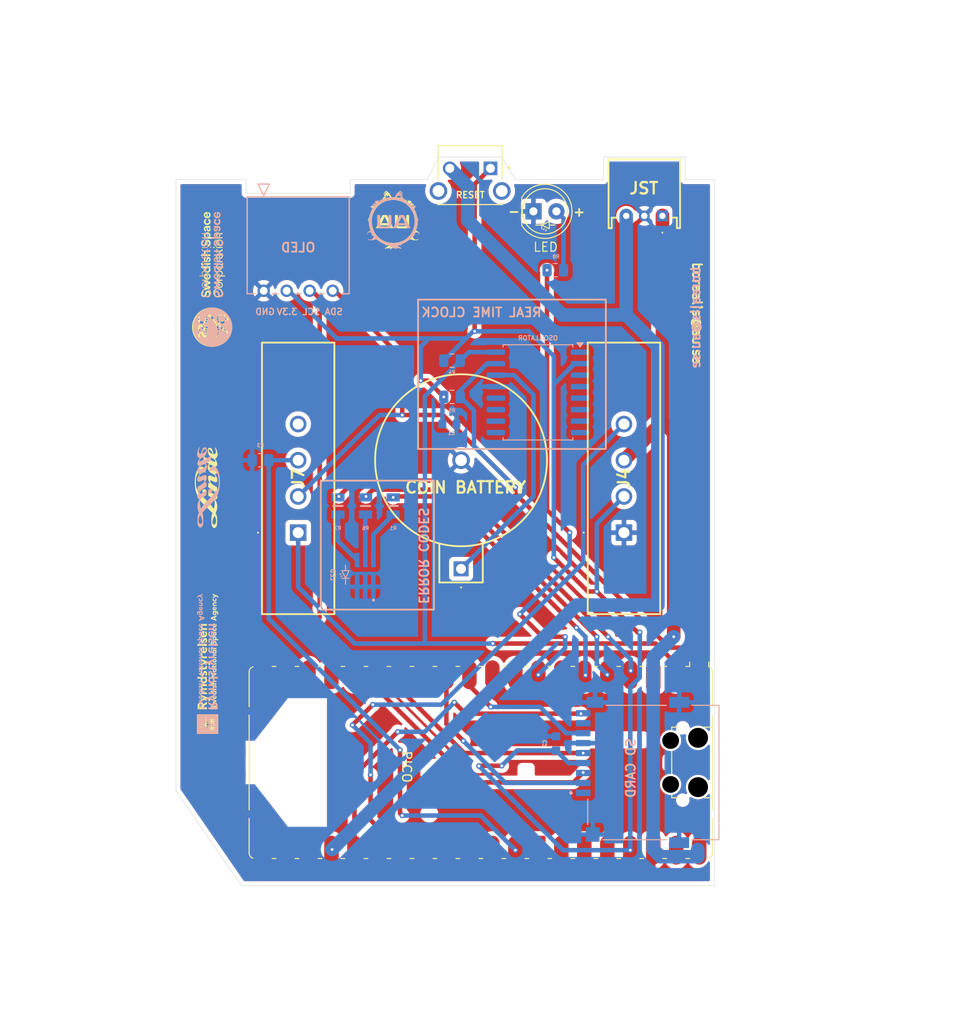
<source format=kicad_pcb>
(kicad_pcb (version 20241229) (generator "pcbnew") (generator_version "9.0")
  (layers (0 "F.Cu" signal) (2 "B.Cu" signal) (13 "F.Paste" user) (15 "B.Paste" user) (5 "F.SilkS" user "F.Silkscreen") (7 "B.SilkS" user "B.Silkscreen") (1 "F.Mask" user) (3 "B.Mask" user) (25 "Edge.Cuts" user))
  (net 0 "")
  (net 1 "GND")
  (net 2 "+3.3V")
  (net 3 "Net-(D2-A)")
  (net 4 "/VBAT")
  (net 5 "/SDA")
  (net 6 "/SCL")
  (net 7 "+5V")
  (net 8 "/reset")
  (net 9 "/ID")
  (net 10 "/SPI1 CSn")
  (net 11 "/SPI1 SCK")
  (net 13 "/SPI1 RX")
  (net 14 "/Detect")
  (net 15 "/SPI1 TX")
  (net 17 "/ADC")
  (net 19 "Net-(LED1-A(GREEN))")
  (net 20 "Net-(LED1-A(BLUE))")
  (net 21 "Net-(LED1-A(RED))")
  (net 22 "/BLUE")
  (net 23 "/GREEN")
  (net 24 "/RED")
  (net 25 "/LED")
  (footprint "LOGO" (layer "F.Cu") (at 171.5 71.5 90)
    (property "Reference" "G***" (hide yes))
    (property "Value" "LOGO" (hide yes))
  )
  (footprint "LOGO" (layer "F.Cu") (at 169 97 90)
    (property "Reference" "G***" (hide yes))
    (property "Value" "LOGO" (hide yes))
  )
  (footprint "BOREALIS:SW_TL1105SF160Q" (layer "F.Cu") (at 200 59.25 180)
    (property "Reference" "SW2" (hide yes))
    (property "Value" "TL1105SF160Q")
  )
  (footprint "Module:RaspberryPi_Pico_Common_SMD" (layer "F.Cu") (at 201.19 124.89 -90)
    (property "Reference" "PICO")
    (property "Value" "Pico" (hide yes))
  )
  (footprint "BOREALIS:8782200410011101" (layer "F.Cu") (at 217 99.5 90)
    (property "Reference" "J4")
    (property "Value" "878-22-004-10-011101" (hide yes))
  )
  (footprint "BOREALIS:BATHLD011THM" (layer "F.Cu") (at 199 103.5 180)
    (property "Reference" "COIN BATTERY")
    (property "Value" "BAT-HLD-011-THM" (hide yes))
  )
  (footprint "LOGO" (layer "F.Cu") (at 191.5 65)
    (property "Reference" "G***" (hide yes))
    (property "Value" "LOGO" (hide yes))
  )
  (footprint "LOGO" (layer "F.Cu") (at 208.3 65.65 180)
    (property "Reference" "G***" (hide yes))
    (property "Value" "LOGO" (hide yes))
  )
  (footprint "LOGO" (layer "F.Cu") (at 171 114 90)
    (property "Reference" "G***" (hide yes))
    (property "Value" "LOGO" (hide yes))
  )
  (footprint "BOREALIS:S3BPHKSGW" (layer "F.Cu") (at 221.25 64.5)
    (property "Reference" "JST")
    (property "Value" "S3B-PH-K-S-GW" (hide yes))
  )
  (footprint "LED_THT:LED_D5.0mm" (layer "F.Cu") (at 207 64)
    (property "Reference" "D2" (hide yes))
    (property "Value" "LED")
  )
  (footprint "BOREALIS:8782200410011101" (layer "F.Cu") (at 181 99.5 90)
    (property "Reference" "J7")
    (property "Value" "878-22-004-10-011101" (hide yes))
  )
  (footprint "BOREALIS:CONN_PPTC041LGBN-RC_SUL" (layer "B.Cu") (at 177.19 72.7745 180)
    (property "Reference" "OLED")
    (property "Value" "PPTC041LGBN-RC")
  )
  (footprint "LOGO" (layer "B.Cu") (at 171.5 71.5 90)
    (property "Reference" "G***" (hide yes))
    (property "Value" "LOGO" (hide yes))
  )
  (footprint "Resistor_SMD:R_0805_2012Metric" (layer "B.Cu") (at 209.4125 70.5)
    (property "Reference" "R8" (hide yes))
    (property "Value" "R")
  )
  (footprint "LOGO" (layer "B.Cu") (at 186.1 104.15 -90)
    (property "Reference" "G***" (hide yes))
    (property "Value" "LOGO" (hide yes))
  )
  (footprint "BOREALIS:RESC2012X55N" (layer "B.Cu") (at 188.45 96.55 90)
    (property "Reference" "R6")
    (property "Value" "MCU08050C3300FP500" (hide yes))
  )
  (footprint "BOREALIS:CAPC1608X90N" (layer "B.Cu") (at 209.5 122.78 -90)
    (property "Reference" "C2")
    (property "Value" "4.7uF")
  )
  (footprint "Resistor_SMD:R_0805_2012Metric" (layer "B.Cu") (at 198 84.5)
    (property "Reference" "R5")
    (property "Value" "10K")
  )
  (footprint "Resistor_SMD:R_0805_2012Metric" (layer "B.Cu") (at 198 80.5)
    (property "Reference" "R4")
    (property "Value" "10K")
  )
  (footprint "LOGO" (layer "B.Cu") (at 172.924596 96.946055 90)
    (property "Reference" "G***" (hide yes))
    (property "Value" "LOGO" (hide yes))
  )
  (footprint "LOGO" (layer "B.Cu") (at 191.5 65 180)
    (property "Reference" "G***" (hide yes))
    (property "Value" "LOGO" (hide yes))
  )
  (footprint "LOGO" (layer "B.Cu") (at 171 114 90)
    (property "Reference" "G***" (hide yes))
    (property "Value" "LOGO" (hide yes))
  )
  (footprint "BOREALIS:RESC2012X55N" (layer "B.Cu") (at 191.5 96.55 90)
    (property "Reference" "R1")
    (property "Value" "MCU08050C3300FP500" (hide yes))
  )
  (footprint "Package_SO:SOIC-16W_7.5x10.3mm_P1.27mm" (layer "B.Cu") (at 207.5 84 180)
    (property "Reference" "OSCILLATOR")
    (property "Value" "DS3231SN#T&R")
  )
  (footprint "BOREALIS:ASMTYTD20BB02" (layer "B.Cu") (at 188.4125 104 180)
    (property "Reference" "LED" (hide yes))
    (property "Value" "ASMT-YTD2-0BB02" (hide yes))
  )
  (footprint "BOREALIS:CAPC1608X90N" (layer "B.Cu") (at 197.72 87.5 180)
    (property "Reference" "C1")
    (property "Value" "1uF")
  )
  (footprint "BOREALIS:CUI_MSD-1-A" (layer "B.Cu") (at 220.25 126 -90)
    (property "Reference" "SD CARD")
    (property "Value" "MSD-1-A")
  )
  (footprint "BOREALIS:RESC2012X55N" (layer "B.Cu") (at 185.4 96.55 90)
    (property "Reference" "R7")
    (property "Value" "MCU08050C3300FP500" (hide yes))
  )
  (footprint "Resistor_SMD:R_0805_2012Metric" (layer "B.Cu") (at 176.8375 91.5 180)
    (property "Reference" "R3")
    (property "Value" "R" (hide yes))
  )
  (gr_rect (start 183.5 93.75) (end 196 108) (stroke (width 0.2)) (fill no) (layer "B.SilkS"))
  (gr_rect (start 194.25 73.75) (end 215 90.25) (stroke (width 0.2)) (fill no) (layer "B.SilkS"))
  (gr_line (start 195.25 60.5) (end 186.75 60.5) (stroke (width 0.05)) (layer "Edge.Cuts"))
  (gr_line (start 175.25 60.5) (end 175.25 62) (stroke (width 0.05)) (layer "Edge.Cuts"))
  (gr_line (start 186.75 62) (end 186.75 60.5) (stroke (width 0.05)) (layer "Edge.Cuts"))
  (gr_line (start 175.25 60.5) (end 167.5 60.5) (stroke (width 0.05)) (layer "Edge.Cuts"))
  (gr_line (start 174.75 138.5) (end 227 138.5) (stroke (width 0.05)) (layer "Edge.Cuts"))
  (gr_line (start 227 137.5) (end 227 60.5) (stroke (width 0.05)) (layer "Edge.Cuts"))
  (gr_line (start 175.25 62) (end 186.75 62) (stroke (width 0.05)) (layer "Edge.Cuts"))
  (gr_line (start 214.75 60.5) (end 214.75 58) (stroke (width 0.05)) (layer "Edge.Cuts"))
  (gr_line (start 196.5 58) (end 203.5 58) (stroke (width 0.05)) (layer "Edge.Cuts"))
  (gr_line (start 167.5 76.5) (end 167.5 128) (stroke (width 0.05)) (layer "Edge.Cuts"))
  (gr_line (start 203.5 58) (end 205 60.5) (stroke (width 0.05)) (layer "Edge.Cuts"))
  (gr_line (start 227 138.5) (end 227 137.5) (stroke (width 0.05)) (layer "Edge.Cuts"))
  (gr_line (start 167.5 60.5) (end 167.5 76.5) (stroke (width 0.05)) (layer "Edge.Cuts"))
  (gr_line (start 223.75 60.5) (end 223.75 58) (stroke (width 0.05)) (layer "Edge.Cuts"))
  (gr_line (start 174.75 138.5) (end 167.5 128) (stroke (width 0.05)) (layer "Edge.Cuts"))
  (gr_line (start 195.25 60.5) (end 196.5 58) (stroke (width 0.05)) (layer "Edge.Cuts"))
  (gr_line (start 214.75 60.5) (end 205 60.5) (stroke (width 0.05)) (layer "Edge.Cuts"))
  (gr_line (start 223.75 60.5) (end 227 60.5) (stroke (width 0.05)) (layer "Edge.Cuts"))
  (gr_line (start 214.75 58) (end 223.75 58) (stroke (width 0.05)) (layer "Edge.Cuts"))
  (gr_text "LED" (at 208.35 67.95 0) (layer "F.SilkS") (effects (font (size 1 1) (thickness 0.125))))
  (gr_text "borealis@au.se" (at 224.5 69.5 270) (layer "F.SilkS") (effects (font (size 1 1) (thickness 0.2) (bold yes)) (justify left bottom)))
  (gr_text "RESET" (at 198.35 62.6 0) (layer "F.SilkS") (effects (font (size 0.7 0.7) (thickness 0.14) (bold yes)) (justify left bottom)))
  (gr_text "+" (at 212.05 64.05 0) (layer "F.SilkS") (effects (font (size 1 1) (thickness 0.2) (bold yes))))
  (gr_text "-" (at 204.85 64 0) (layer "F.SilkS") (effects (font (size 1 1) (thickness 0.2) (bold yes))))
  (gr_text "LED" (at 184.55 104.9 270) (layer "B.SilkS") (effects (font (size 0.5 0.5) (thickness 0.1) (bold yes)) (justify left bottom mirror)))
  (gr_text "borealis@au.se" (at 225.5 70 90) (layer "B.SilkS") (effects (font (size 1 1) (thickness 0.2) (bold yes)) (justify left bottom mirror)))
  (gr_text "REAL TIME CLOCK" (at 208 75.75 0) (layer "B.SilkS") (effects (font (size 1 1) (thickness 0.2) (bold yes)) (justify left bottom mirror)))
  (gr_text "3.3V" (at 181 75.5 0) (layer "B.SilkS") (effects (font (size 0.7 0.7) (thickness 0.14) (bold yes)) (justify left bottom mirror)))
  (gr_text "ERROR CODES" (at 194.25 107.5 270) (layer "B.SilkS") (effects (font (size 1 1) (thickness 0.2) (bold yes)) (justify left bottom mirror)))
  (gr_text "SDA" (at 186 75.5 0) (layer "B.SilkS") (effects (font (size 0.7 0.7) (thickness 0.14) (bold yes)) (justify left bottom mirror)))
  (gr_text "R8" (at 209.5 69 0) (layer "B.SilkS") (effects (font (size 0.393701 0.393701) (thickness 0.07874) (bold yes)) (justify mirror)))
  (gr_text "SCL" (at 183.5 75.5 0) (layer "B.SilkS") (effects (font (size 0.7 0.7) (thickness 0.14) (bold yes)) (justify left bottom mirror)))
  (gr_text "GND" (at 178.5 75.5 0) (layer "B.SilkS") (effects (font (size 0.7 0.7) (thickness 0.14) (bold yes)) (justify left bottom mirror)))
  (segment (start 195.2875 82.7) (end 197.0875 84.5) (width 0.5) (layer "F.Cu") (net 2))
  (segment (start 218.5 110.5) (end 218.75 110.5) (width 0.5) (layer "F.Cu") (net 2))
  (segment (start 213 106) (end 214 106) (width 0.5) (layer "F.Cu") (net 2))
  (segment (start 194.55 82.7) (end 195.2875 82.7) (width 0.5) (layer "F.Cu") (net 2))
  (segment (start 214 106) (end 218.5 110.5) (width 0.5) (layer "F.Cu") (net 2))
  (segment (start 202.25 59.25) (end 200.5 61) (width 0.5) (layer "F.Cu") (net 2))
  (segment (start 203.5 125.25) (end 201 125.25) (width 0.5) (layer "F.Cu") (net 2))
  (segment (start 201 125.25) (end 200.969669 125.280331) (width 0.5) (layer "F.Cu") (net 2))
  (segment (start 200.5 61) (end 200.5 77.25) (width 0.5) (layer "F.Cu") (net 2))
  (segment (start 209.25 102.25) (end 213 106) (width 0.5) (layer "F.Cu") (net 2))
  (via (at 194.55 82.7) (size 0.6) (drill 0.3) (layers "F.Cu" "B.Cu") (net 2))
  (via (at 209.25 102.25) (size 0.6) (drill 0.3) (layers "F.Cu" "B.Cu") (net 2))
  (via (at 214 106) (size 0.6) (drill 0.3) (layers "F.Cu" "B.Cu") (net 2))
  (via (at 217.7 134.58) (size 0.6) (drill 0.3) (layers "F.Cu" "B.Cu") (net 2))
  (via (at 203.5 125.25) (size 0.6) (drill 0.3) (layers "F.Cu" "B.Cu") (net 2))
  (via (at 218.75 110.5) (size 0.6) (drill 0.3) (layers "F.Cu" "B.Cu") (net 2))
  (via (at 200.5 77.25) (size 0.6) (drill 0.3) (layers "F.Cu" "B.Cu") (net 2))
  (via (at 200.969669 125.280331) (size 0.6) (drill 0.3) (layers "F.Cu" "B.Cu") (net 2))
  (via (at 197.0875 84.5) (size 0.6) (drill 0.3) (layers "F.Cu" "B.Cu") (net 2))
  (segment (start 205.19 123.56) (end 203.5 125.25) (width 0.5) (layer "B.Cu") (net 2))
  (segment (start 196.94 84.6475) (end 197.0875 84.5) (width 0.5) (layer "B.Cu") (net 2))
  (segment (start 196.94 87.5) (end 196.94 84.6475) (width 0.5) (layer "B.Cu") (net 2))
  (segment (start 195.45 78.04375) (end 194.55 78.94375) (width 0.5) (layer "B.Cu") (net 2))
  (segment (start 209.25 83.1159) (end 209.25 102.25) (width 0.5) (layer "B.Cu") (net 2))
  (segment (start 194.55 78.94375) (end 194.55 82.7) (width 0.5) (layer "B.Cu") (net 2))
  (segment (start 200.969669 125.280331) (end 210.269338 134.58) (width 0.5) (layer "B.Cu") (net 2))
  (segment (start 212.15 80.825) (end 211.5409 80.825) (width 0.5) (layer "B.Cu") (net 2))
  (segment (start 200.3375 77.25) (end 200.5 77.25) (width 0.5) (layer "B.Cu") (net 2))
  (segment (start 211.5409 80.825) (end 209.25 83.1159) (width 0.5) (layer "B.Cu") (net 2))
  (segment (start 186.75 78.04375) (end 185.24925 78.04375) (width 0.5) (layer "B.Cu") (net 2))
  (segment (start 199.54375 78.04375) (end 200.3375 77.25) (width 0.5) (layer "B.Cu") (net 2))
  (segment (start 195.45 78.04375) (end 186.24925 78.04375) (width 0.5) (layer "B.Cu") (net 2))
  (segment (start 209.25 80) (end 209.25 83.1159) (width 0.5) (layer "B.Cu") (net 2))
  (segment (start 206.5 77.25) (end 209.25 80) (width 0.5) (layer "B.Cu") (net 2))
  (segment (start 217.7 116.55) (end 217.7 134.58) (width 0.5) (layer "B.Cu") (net 2))
  (segment (start 200.5 77.25) (end 206.5 77.25) (width 0.5) (layer "B.Cu") (net 2))
  (segment (start 218.75 110.5) (end 218.75 115.5) (width 0.5) (layer "B.Cu") (net 2))
  (segment (start 214 98.5) (end 214 106) (width 0.5) (layer "B.Cu") (net 2))
  (segment (start 197.0875 80.5) (end 199.54375 78.04375) (width 0.5) (layer "B.Cu") (net 2))
  (segment (start 199.54375 78.04375) (end 195.45 78.04375) (width 0.5) (layer "B.Cu") (net 2))
  (segment (start 218.75 115.5) (end 217.7 116.55) (width 0.5) (layer "B.Cu") (net 2))
  (segment (start 212.5 124.95) (end 210.89 124.95) (width 0.5) (layer "B.Cu") (net 2))
  (segment (start 210.269338 134.58) (end 217.7 134.58) (width 0.5) (layer "B.Cu") (net 2))
  (segment (start 209.5 123.56) (end 205.19 123.56) (width 0.5) (layer "B.Cu") (net 2))
  (segment (start 210.89 124.95) (end 209.5 123.56) (width 0.5) (layer "B.Cu") (net 2))
  (segment (start 217 95.5) (end 214 98.5) (width 0.5) (layer "B.Cu") (net 2))
  (segment (start 185.24925 78.04375) (end 179.73 72.5245) (width 0.5) (layer "B.Cu") (net 2))
  (segment (start 210.325 70.5) (end 210.325 64.785) (width 0.5) (layer "B.Cu") (net 3))
  (segment (start 210.325 64.785) (end 209.54 64) (width 0.5) (layer "B.Cu") (net 3))
  (segment (start 199 103.5) (end 207 95.5) (width 0.5) (layer "B.Cu") (net 4))
  (segment (start 207 84.25) (end 204.845 82.095) (width 0.5) (layer "B.Cu") (net 4))
  (segment (start 207 95.5) (end 207 84.25) (width 0.5) (layer "B.Cu") (net 4))
  (segment (start 204.845 82.095) (end 202.85 82.095) (width 0.5) (layer "B.Cu") (net 4))
  (segment (start 205 95.19847) (end 222.00253 112.201) (width 0.5) (layer "F.Cu") (net 5))
  (segment (start 192.5 80.2145) (end 185.06 72.7745) (width 0.5) (layer "F.Cu") (net 5))
  (segment (start 205 94.5) (end 205 95.19847) (width 0.5) (layer "F.Cu") (net 5))
  (segment (start 197 86.5) (end 205 94.5) (width 0.5) (layer "F.Cu") (net 5))
  (segment (start 185.06 72.7745) (end 184.81 72.7745) (width 0.5) (layer "F.Cu") (net 5))
  (segment (start 223.926 112.201) (end 225.32 113.595) (width 0.5) (layer "F.Cu") (net 5))
  (segment (start 225.32 113.595) (end 225.32 115.2) (width 0.5) (layer "F.Cu") (net 5))
  (segment (start 192.5 86.5) (end 197 86.5) (width 0.5) (layer "F.Cu") (net 5))
  (segment (start 222.00253 112.201) (end 223.926 112.201) (width 0.5) (layer "F.Cu") (net 5))
  (segment (start 192.5 86.5) (end 192.5 80.2145) (width 0.5) (layer "F.Cu") (net 5))
  (via (at 205 94.5) (size 0.6) (drill 0.3) (layers "F.Cu" "B.Cu") (net 5))
  (via (at 192.5 86.5) (size 0.6) (drill 0.3) (layers "F.Cu" "B.Cu") (net 5))
  (segment (start 190 86.5) (end 192.5 86.5) (width 0.5) (layer "B.Cu") (net 5))
  (segment (start 198.9125 83.8) (end 201.8875 80.825) (width 0.5) (layer "B.Cu") (net 5))
  (segment (start 198.9125 84.5) (end 198.9125 83.8) (width 0.5) (layer "B.Cu") (net 5))
  (segment (start 181 95.5) (end 190 86.5) (width 0.5) (layer "B.Cu") (net 5))
  (segment (start 198.9125 84.5) (end 200.426 86.0135) (width 0.5) (layer "B.Cu") (net 5))
  (segment (start 201.8875 80.825) (end 202.85 80.825) (width 0.5) (layer "B.Cu") (net 5))
  (segment (start 200.426 89.926) (end 205 94.5) (width 0.5) (layer "B.Cu") (net 5))
  (segment (start 200.426 86.0135) (end 200.426 89.926) (width 0.5) (layer "B.Cu") (net 5))
  (segment (start 222.78 114.03) (end 222.78 115.2) (width 0.5) (layer "F.Cu") (net 6))
  (segment (start 182.27 72.7745) (end 182.52 72.7745) (width 0.5) (layer "F.Cu") (net 6))
  (segment (start 220.5 111.75) (end 222.78 114.03) (width 0.5) (layer "F.Cu") (net 6))
  (segment (start 183.375 73.6295) (end 183.375 108.875) (width 0.5) (layer "F.Cu") (net 6))
  (segment (start 182.52 72.7745) (end 183.375 73.6295) (width 0.5) (layer "F.Cu") (net 6))
  (segment (start 202.5 111.75) (end 220.5 111.75) (width 0.5) (layer "F.Cu") (net 6))
  (via (at 183.375 107.875) (size 0.6) (drill 0.3) (layers "F.Cu" "B.Cu") (net 6))
  (via (at 202.5 111.75) (size 0.6) (drill 0.3) (layers "F.Cu" "B.Cu") (net 6))
  (segment (start 181 105.5) (end 183.375 107.875) (width 0.5) (layer "B.Cu") (net 6))
  (segment (start 189 111.75) (end 195 111.75) (width 0.5) (layer "B.Cu") (net 6))
  (segment (start 199.8575 79.555) (end 202.85 79.555) (width 0.5) (layer "B.Cu") (net 6))
  (segment (start 187.25 111.75) (end 189 111.75) (width 0.5) (layer "B.Cu") (net 6))
  (segment (start 181 99.5) (end 181 105.5) (width 0.5) (layer "B.Cu") (net 6))
  (segment (start 195 111.75) (end 202.5 111.75) (width 0.5) (layer "B.Cu") (net 6))
  (segment (start 195 111.75) (end 195 84.4125) (width 0.5) (layer "B.Cu") (net 6))
  (segment (start 198.9125 80.5) (end 199.8575 79.555) (width 0.5) (layer "B.Cu") (net 6))
  (segment (start 195 84.4125) (end 198.9125 80.5) (width 0.5) (layer "B.Cu") (net 6))
  (segment (start 183.375 107.875) (end 187.25 111.75) (width 0.5) (layer "B.Cu") (net 6))
  (segment (start 222.5 88.5) (end 222.5 111) (width 1.5) (layer "F.Cu") (net 7))
  (segment (start 221.25 64.45) (end 221.25 87.25) (width 1.5) (layer "F.Cu") (net 7))
  (segment (start 221.25 87.25) (end 217 91.5) (width 1.5) (layer "F.Cu") (net 7))
  (segment (start 221.25 87.25) (end 222.5 88.5) (width 1.5) (layer "F.Cu") (net 7))
  (via (at 222.5 111) (size 0.6) (drill 0.3) (layers "F.Cu" "B.Cu") (net 7))
  (segment (start 222.5 111) (end 220.234 113.266) (width 1.5) (layer "B.Cu") (net 7))
  (segment (start 221.049 135.301) (end 225.151 135.301) (width 1.5) (layer "B.Cu") (net 7))
  (segment (start 220.234 134.486) (end 221.049 135.301) (width 1.5) (layer "B.Cu") (net 7))
  (segment (start 220.234 113.266) (end 220.234 134.486) (width 1.5) (layer "B.Cu") (net 7))
  (segment (start 225.151 135.301) (end 225.151 134.5) (width 1.5) (layer "B.Cu") (net 7))
  (segment (start 184.68 134.57) (end 184.75 134.5) (width 1.5) (layer "F.Cu") (net 8))
  (segment (start 184.68 134.58) (end 184.68 134.57) (width 1.5) (layer "F.Cu") (net 8))
  (via (at 184.75 134.5) (size 0.6) (drill 0.3) (layers "F.Cu" "B.Cu") (net 8))
  (segment (start 220.75 107.5) (end 220.75 78.951472) (width 1.5) (layer "B.Cu") (net 8))
  (segment (start 220.75 78.951472) (end 217.25 75.451472) (width 1.5) (layer "B.Cu") (net 8))
  (segment (start 217.25 75.451472) (end 217.25 64.45) (width 1.5) (layer "B.Cu") (net 8))
  (segment (start 199.75 65) (end 210.201472 75.451472) (width 1.5) (layer "B.Cu") (net 8))
  (segment (start 210.201472 75.451472) (end 217.25 75.451472) (width 1.5) (layer "B.Cu") (net 8))
  (segment (start 199.75 61.25) (end 199.75 65) (width 1.5) (layer "B.Cu") (net 8))
  (segment (start 211.75 107.5) (end 220.75 107.5) (width 1.5) (layer "B.Cu") (net 8))
  (segment (start 197.75 59.25) (end 199.75 61.25) (width 1.5) (layer "B.Cu") (net 8))
  (segment (start 184.75 134.5) (end 211.75 107.5) (width 1.5) (layer "B.Cu") (net 8))
  (segment (start 187 120.75) (end 189.25 118.5) (width 0.5) (layer "F.Cu") (net 9))
  (segment (start 192.3 134.550818) (end 189 131.250818) (width 0.5) (layer "F.Cu") (net 9))
  (segment (start 192.3 134.58) (end 192.3 134.550818) (width 0.5) (layer "F.Cu") (net 9))
  (segment (start 189 131.250818) (end 189 126.25) (width 0.5) (layer "F.Cu") (net 9))
  (via (at 187 120.75) (size 0.6) (drill 0.3) (layers "F.Cu" "B.Cu") (net 9))
  (via (at 189 126.25) (size 0.6) (drill 0.3) (layers "F.Cu" "B.Cu") (net 9))
  (via (at 189.25 118.5) (size 0.6) (drill 0.3) (layers "F.Cu" "B.Cu") (net 9))
  (segment (start 212.5 102.812075) (end 212.5 92) (width 0.5) (layer "B.Cu") (net 9))
  (segment (start 196.812075 118.5) (end 212.5 102.812075) (width 0.5) (layer "B.Cu") (net 9))
  (segment (start 189 122.75) (end 187 120.75) (width 0.5) (layer "B.Cu") (net 9))
  (segment (start 212.5 92) (end 217 87.5) (width 0.5) (layer "B.Cu") (net 9))
  (segment (start 189 126.25) (end 189 122.75) (width 0.5) (layer "B.Cu") (net 9))
  (segment (start 189.25 118.5) (end 196.812075 118.5) (width 0.5) (layer "B.Cu") (net 9))
  (segment (start 199.25 122.5) (end 197.38 120.63) (width 0.5) (layer "F.Cu") (net 10))
  (segment (start 197.38 120.63) (end 197.38 115.2) (width 0.5) (layer "F.Cu") (net 10))
  (via (at 199.25 122.5) (size 0.6) (drill 0.3) (layers "F.Cu" "B.Cu") (net 10))
  (segment (start 203.9 127.15) (end 199.25 122.5) (width 0.5) (layer "B.Cu") (net 10))
  (segment (start 212.5 127.15) (end 203.9 127.15) (width 0.5) (layer "B.Cu") (net 10))
  (segment (start 192.3 115.2) (end 192.3 116.8) (width 0.5) (layer "F.Cu") (net 11))
  (segment (start 199.35 123.85) (end 212.5 123.85) (width 0.5) (layer "F.Cu") (net 11))
  (segment (start 192.3 116.8) (end 199.35 123.85) (width 0.5) (layer "F.Cu") (net 11))
  (via (at 212.5 123.85) (size 0.6) (drill 0.3) (layers "F.Cu" "B.Cu") (net 11))
  (segment (start 199.92 116.402235) (end 202.267766 118.750001) (width 0.5) (layer "F.Cu") (net 13))
  (segment (start 199.92 115.2) (end 199.92 116.402235) (width 0.5) (layer "F.Cu") (net 13))
  (via (at 202.267766 118.750001) (size 0.6) (drill 0.3) (layers "F.Cu" "B.Cu") (net 13))
  (segment (start 210.627122 121.65) (end 212.5 121.65) (width 0.5) (layer "B.Cu") (net 13))
  (segment (start 202.267766 118.750001) (end 207.727123 118.750001) (width 0.5) (layer "B.Cu") (net 13))
  (segment (start 207.727123 118.750001) (end 210.627122 121.65) (width 0.5) (layer "B.Cu") (net 13))
  (segment (start 199.5 119.5) (end 212.25 119.5) (width 0.5) (layer "F.Cu") (net 14))
  (segment (start 198.25 118.25) (end 199.5 119.5) (width 0.5) (layer "F.Cu") (net 14))
  (segment (start 187.22 134.58) (end 187.22 126.28) (width 0.5) (layer "F.Cu") (net 14))
  (segment (start 187.22 126.28) (end 192 121.5) (width 0.5) (layer "F.Cu") (net 14))
  (via (at 198.25 118.25) (size 0.6) (drill 0.3) (layers "F.Cu" "B.Cu") (net 14))
  (via (at 212.25 119.5) (size 0.6) (drill 0.3) (layers "F.Cu" "B.Cu") (net 14))
  (via (at 192 121.5) (size 0.6) (drill 0.3) (layers "F.Cu" "B.Cu") (net 14))
  (segment (start 195 121.5) (end 198.25 118.25) (width 0.5) (layer "B.Cu") (net 14))
  (segment (start 192 121.5) (end 195 121.5) (width 0.5) (layer "B.Cu") (net 14))
  (segment (start 189.76 116.8) (end 189.76 115.2) (width 0.5) (layer "F.Cu") (net 15))
  (segment (start 211.409 127.091) (end 200.051 127.091) (width 0.5) (layer "F.Cu") (net 15))
  (segment (start 200.051 127.091) (end 189.76 116.8) (width 0.5) (layer "F.Cu") (net 15))
  (segment (start 212.5 126) (end 211.409 127.091) (width 0.5) (layer "F.Cu") (net 15))
  (via (at 212.5 126) (size 0.6) (drill 0.3) (layers "F.Cu" "B.Cu") (net 15))
  (segment (start 212.5 126.05) (end 212.5 126) (width 0.5) (layer "B.Cu") (net 15))
  (segment (start 192.25 123.5) (end 192.25 130.5) (width 0.5) (layer "F.Cu") (net 17))
  (segment (start 192.25 130.5) (end 192.5 130.75) (width 0.5) (layer "F.Cu") (net 17))
  (via (at 192.25 123.5) (size 0.6) (drill 0.3) (layers "F.Cu" "B.Cu") (net 17))
  (via (at 192.5 130.75) (size 0.6) (drill 0.3) (layers "F.Cu" "B.Cu") (net 17))
  (via (at 205 134.58) (size 0.6) (drill 0.3) (layers "F.Cu" "B.Cu") (net 17))
  (segment (start 201.17 130.75) (end 205 134.58) (width 0.5) (layer "B.Cu") (net 17))
  (segment (start 177.75 109) (end 192.25 123.5) (width 0.5) (layer "B.Cu") (net 17))
  (segment (start 177.75 91.5) (end 177.75 109) (width 0.5) (layer "B.Cu") (net 17))
  (segment (start 177.75 91.5) (end 181 91.5) (width 0.5) (layer "B.Cu") (net 17))
  (segment (start 192.5 130.75) (end 201.17 130.75) (width 0.5) (layer "B.Cu") (net 17))
  (segment (start 188.4125 102.525) (end 188.4125 97.5375) (width 0.5) (layer "B.Cu") (net 19))
  (segment (start 188.4125 97.5375) (end 188.45 97.5) (width 0.5) (layer "B.Cu") (net 19))
  (segment (start 189.3125 102.525) (end 189.3125 99.6875) (width 0.5) (layer "B.Cu") (net 20))
  (segment (start 189.3125 99.6875) (end 191.5 97.5) (width 0.5) (layer "B.Cu") (net 20))
  (segment (start 185.4 100.4125) (end 187.5125 102.525) (width 0.5) (layer "B.Cu") (net 21))
  (segment (start 185.4 97.5) (end 185.4 100.4125) (width 0.5) (layer "B.Cu") (net 21))
  (segment (start 212.62 115.2) (end 212.7 115.2) (width 0.5) (layer "F.Cu") (net 22))
  (segment (start 191.6 95.5) (end 191.5 95.6) (width 0.5) (layer "F.Cu") (net 22))
  (segment (start 197.25 95.5) (end 191.6 95.5) (width 0.5) (layer "F.Cu") (net 22))
  (segment (start 212.7 115.2) (end 212.75 115.25) (width 0.5) (layer "F.Cu") (net 22))
  (segment (start 211.75 110) (end 197.25 95.5) (width 0.5) (layer "F.Cu") (net 22))
  (via (at 211.75 110) (size 0.6) (drill 0.3) (layers "F.Cu" "B.Cu") (net 22))
  (via (at 212.75 115.25) (size 0.6) (drill 0.3) (layers "F.Cu" "B.Cu") (net 22))
  (via (at 191.5 95.6) (size 0.6) (drill 0.3) (layers "F.Cu" "B.Cu") (net 22))
  (segment (start 212.75 115.25) (end 212.75 111) (width 0.5) (layer "B.Cu") (net 22))
  (segment (start 212.75 111) (end 211.75 110) (width 0.5) (layer "B.Cu") (net 22))
  (segment (start 188.5 95.5) (end 189.25 94.75) (width 0.5) (layer "F.Cu") (net 23))
  (segment (start 189.25 94.75) (end 197.75 94.75) (width 0.5) (layer "F.Cu") (net 23))
  (segment (start 197.75 94.75) (end 214 111) (width 0.5) (layer "F.Cu") (net 23))
  (via (at 214 111) (size 0.6) (drill 0.3) (layers "F.Cu" "B.Cu") (net 23))
  (via (at 215.16 115.2) (size 0.6) (drill 0.3) (layers "F.Cu" "B.Cu") (net 23))
  (via (at 188.5 95.5) (size 0.6) (drill 0.3) (layers "F.Cu" "B.Cu") (net 23))
  (segment (start 214 114.04) (end 215.16 115.2) (width 0.5) (layer "B.Cu") (net 23))
  (segment (start 214 111) (end 214 114.04) (width 0.5) (layer "B.Cu") (net 23))
  (segment (start 188.45 95.6) (end 188.45 95.55) (width 0.5) (layer "B.Cu") (net 23))
  (segment (start 188.45 95.55) (end 188.5 95.5) (width 0.5) (layer "B.Cu") (net 23))
  (segment (start 187.25 93.75) (end 198 93.75) (width 0.5) (layer "F.Cu") (net 24))
  (segment (start 198 93.75) (end 215.25 111) (width 0.5) (layer "F.Cu") (net 24))
  (segment (start 185.5 95.5) (end 187.25 93.75) (width 0.5) (layer "F.Cu") (net 24))
  (via (at 215.25 111) (size 0.6) (drill 0.3) (layers "F.Cu" "B.Cu") (net 24))
  (via (at 185.5 95.5) (size 0.6) (drill 0.3) (layers "F.Cu" "B.Cu") (net 24))
  (via (at 217.75 114.75) (size 0.6) (drill 0.3) (layers "F.Cu" "B.Cu") (net 24))
  (segment (start 185.4 95.6) (end 185.5 95.5) (width 0.5) (layer "B.Cu") (net 24))
  (segment (start 217.75 113.5) (end 217.75 114.75) (width 0.5) (layer "B.Cu") (net 24))
  (segment (start 215.25 111) (end 217.75 113.5) (width 0.5) (layer "B.Cu") (net 24))
  (segment (start 205.5 108.5) (end 208 111) (width 0.5) (layer "F.Cu") (net 25))
  (segment (start 208.5 97) (end 208.5 70.5) (width 0.5) (layer "F.Cu") (net 25))
  (segment (start 208 111) (end 210.5 111) (width 0.5) (layer "F.Cu") (net 25))
  (segment (start 211 99.5) (end 208.5 97) (width 0.5) (layer "F.Cu") (net 25))
  (via (at 205.5 108.5) (size 0.6) (drill 0.3) (layers "F.Cu" "B.Cu") (net 25))
  (via (at 208.5 70.5) (size 0.6) (drill 0.3) (layers "F.Cu" "B.Cu") (net 25))
  (via (at 207.54 115.2) (size 0.6) (drill 0.3) (layers "F.Cu" "B.Cu") (net 25))
  (via (at 210.5 111) (size 0.6) (drill 0.3) (layers "F.Cu" "B.Cu") (net 25))
  (via (at 211 99.5) (size 0.6) (drill 0.3) (layers "F.Cu" "B.Cu") (net 25))
  (segment (start 210.5 111) (end 210.5 112.24) (width 0.5) (layer "B.Cu") (net 25))
  (segment (start 210.5 112.24) (end 207.54 115.2) (width 0.5) (layer "B.Cu") (net 25))
  (segment (start 211 103) (end 205.5 108.5) (width 0.5) (layer "B.Cu") (net 25))
  (segment (start 211 99.5) (end 211 103) (width 0.5) (layer "B.Cu") (net 25))
  (zone (net 1) (net_name "GND") (layers "F.Cu" "B.Cu") (connect_pads (clearance 0.5)) (min_thickness 0.25) (fill yes (thermal_gap 0.5) (thermal_bridge_width 0.5))
    (polygon (pts (xy 149.1 40.65) (xy 148.05 153.2) (xy 254.6 153.8) (xy 252.75 41.45)))
  )
)
</source>
